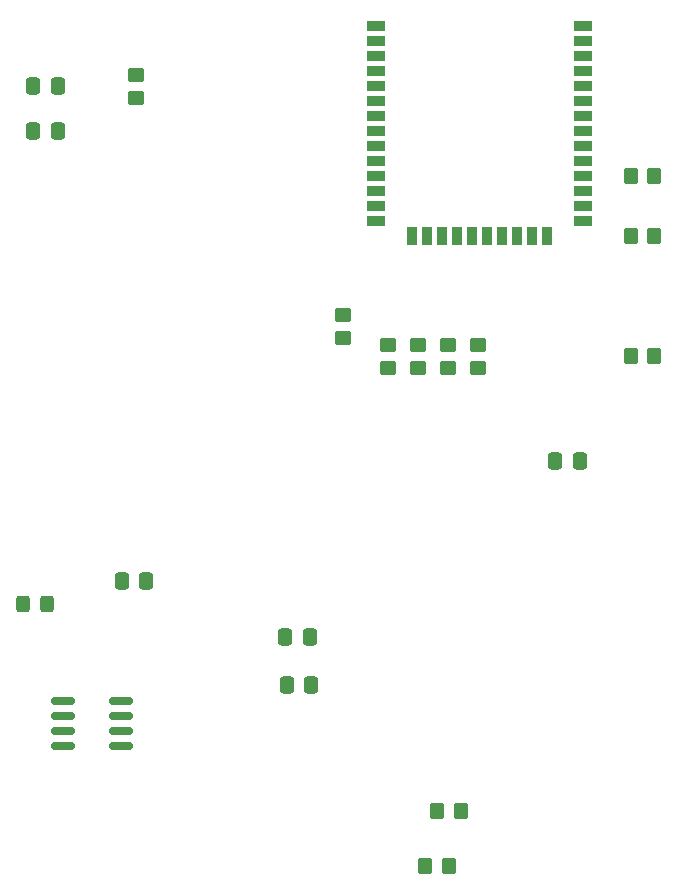
<source format=gbr>
G04 #@! TF.GenerationSoftware,KiCad,Pcbnew,9.0.0*
G04 #@! TF.CreationDate,2025-03-03T16:58:55-06:00*
G04 #@! TF.ProjectId,Group52HeatedBridge,47726f75-7035-4324-9865-617465644272,rev?*
G04 #@! TF.SameCoordinates,Original*
G04 #@! TF.FileFunction,Paste,Top*
G04 #@! TF.FilePolarity,Positive*
%FSLAX46Y46*%
G04 Gerber Fmt 4.6, Leading zero omitted, Abs format (unit mm)*
G04 Created by KiCad (PCBNEW 9.0.0) date 2025-03-03 16:58:55*
%MOMM*%
%LPD*%
G01*
G04 APERTURE LIST*
G04 Aperture macros list*
%AMRoundRect*
0 Rectangle with rounded corners*
0 $1 Rounding radius*
0 $2 $3 $4 $5 $6 $7 $8 $9 X,Y pos of 4 corners*
0 Add a 4 corners polygon primitive as box body*
4,1,4,$2,$3,$4,$5,$6,$7,$8,$9,$2,$3,0*
0 Add four circle primitives for the rounded corners*
1,1,$1+$1,$2,$3*
1,1,$1+$1,$4,$5*
1,1,$1+$1,$6,$7*
1,1,$1+$1,$8,$9*
0 Add four rect primitives between the rounded corners*
20,1,$1+$1,$2,$3,$4,$5,0*
20,1,$1+$1,$4,$5,$6,$7,0*
20,1,$1+$1,$6,$7,$8,$9,0*
20,1,$1+$1,$8,$9,$2,$3,0*%
G04 Aperture macros list end*
%ADD10RoundRect,0.250000X-0.350000X-0.450000X0.350000X-0.450000X0.350000X0.450000X-0.350000X0.450000X0*%
%ADD11RoundRect,0.250000X-0.337500X-0.475000X0.337500X-0.475000X0.337500X0.475000X-0.337500X0.475000X0*%
%ADD12RoundRect,0.250000X0.450000X-0.350000X0.450000X0.350000X-0.450000X0.350000X-0.450000X-0.350000X0*%
%ADD13RoundRect,0.250000X0.325000X0.450000X-0.325000X0.450000X-0.325000X-0.450000X0.325000X-0.450000X0*%
%ADD14R,1.500000X0.900000*%
%ADD15R,0.900000X1.500000*%
%ADD16RoundRect,0.150000X-0.825000X-0.150000X0.825000X-0.150000X0.825000X0.150000X-0.825000X0.150000X0*%
G04 APERTURE END LIST*
D10*
G04 #@! TO.C,R2*
X159020000Y-93980000D03*
X161020000Y-93980000D03*
G04 #@! TD*
D11*
G04 #@! TO.C,C1*
X108415000Y-71120000D03*
X110490000Y-71120000D03*
G04 #@! TD*
D12*
G04 #@! TO.C,R1*
X117110000Y-72120000D03*
X117110000Y-70120000D03*
G04 #@! TD*
G04 #@! TO.C,R5*
X146050000Y-94980000D03*
X146050000Y-92980000D03*
G04 #@! TD*
D11*
G04 #@! TO.C,C6*
X129772500Y-117729000D03*
X131847500Y-117729000D03*
G04 #@! TD*
D13*
G04 #@! TO.C,L1*
X109610000Y-114935000D03*
X107560000Y-114935000D03*
G04 #@! TD*
D10*
G04 #@! TO.C,R11*
X142637000Y-132461000D03*
X144637000Y-132461000D03*
G04 #@! TD*
D12*
G04 #@! TO.C,R7*
X140970000Y-94980000D03*
X140970000Y-92980000D03*
G04 #@! TD*
D10*
G04 #@! TO.C,R9*
X159020000Y-78740000D03*
X161020000Y-78740000D03*
G04 #@! TD*
D14*
G04 #@! TO.C,U1*
X137440000Y-66040000D03*
X137440000Y-67310000D03*
X137440000Y-68580000D03*
X137440000Y-69850000D03*
X137440000Y-71120000D03*
X137440000Y-72390000D03*
X137440000Y-73660000D03*
X137440000Y-74930000D03*
X137440000Y-76200000D03*
X137440000Y-77470000D03*
X137440000Y-78740000D03*
X137440000Y-80010000D03*
X137440000Y-81280000D03*
X137440000Y-82550000D03*
D15*
X140480000Y-83800000D03*
X141750000Y-83800000D03*
X143020000Y-83800000D03*
X144290000Y-83800000D03*
X145560000Y-83800000D03*
X146830000Y-83800000D03*
X148100000Y-83800000D03*
X149370000Y-83800000D03*
X150640000Y-83800000D03*
X151910000Y-83800000D03*
D14*
X154940000Y-82550000D03*
X154940000Y-81280000D03*
X154940000Y-80010000D03*
X154940000Y-78740000D03*
X154940000Y-77470000D03*
X154940000Y-76200000D03*
X154940000Y-74930000D03*
X154940000Y-73660000D03*
X154940000Y-72390000D03*
X154940000Y-71120000D03*
X154940000Y-69850000D03*
X154940000Y-68580000D03*
X154940000Y-67310000D03*
X154940000Y-66040000D03*
G04 #@! TD*
D12*
G04 #@! TO.C,R8*
X138430000Y-94980000D03*
X138430000Y-92980000D03*
G04 #@! TD*
D11*
G04 #@! TO.C,C3*
X152632500Y-102870000D03*
X154707500Y-102870000D03*
G04 #@! TD*
D10*
G04 #@! TO.C,R3*
X159020000Y-83820000D03*
X161020000Y-83820000D03*
G04 #@! TD*
D11*
G04 #@! TO.C,C5*
X115929500Y-113030000D03*
X118004500Y-113030000D03*
G04 #@! TD*
D12*
G04 #@! TO.C,R6*
X143510000Y-94980000D03*
X143510000Y-92980000D03*
G04 #@! TD*
D11*
G04 #@! TO.C,C4*
X129899500Y-121793000D03*
X131974500Y-121793000D03*
G04 #@! TD*
G04 #@! TO.C,C2*
X108415000Y-74930000D03*
X110490000Y-74930000D03*
G04 #@! TD*
D16*
G04 #@! TO.C,U2*
X110936000Y-123190000D03*
X110936000Y-124460000D03*
X110936000Y-125730000D03*
X110936000Y-127000000D03*
X115886000Y-127000000D03*
X115886000Y-125730000D03*
X115886000Y-124460000D03*
X115886000Y-123190000D03*
G04 #@! TD*
D12*
G04 #@! TO.C,R4*
X134620000Y-92440000D03*
X134620000Y-90440000D03*
G04 #@! TD*
D10*
G04 #@! TO.C,R10*
X141621000Y-137160000D03*
X143621000Y-137160000D03*
G04 #@! TD*
M02*

</source>
